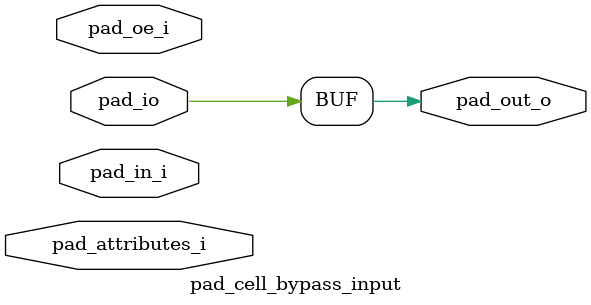
<source format=sv>

module pad_cell_bypass_input #(
    parameter PADATTR = 16
) (
    input logic pad_in_i,
    input logic pad_oe_i,
    output logic pad_out_o,
    inout logic pad_io,
    input logic [PADATTR-1:0] pad_attributes_i
);

    assign pad_out_o = pad_io;

endmodule

</source>
